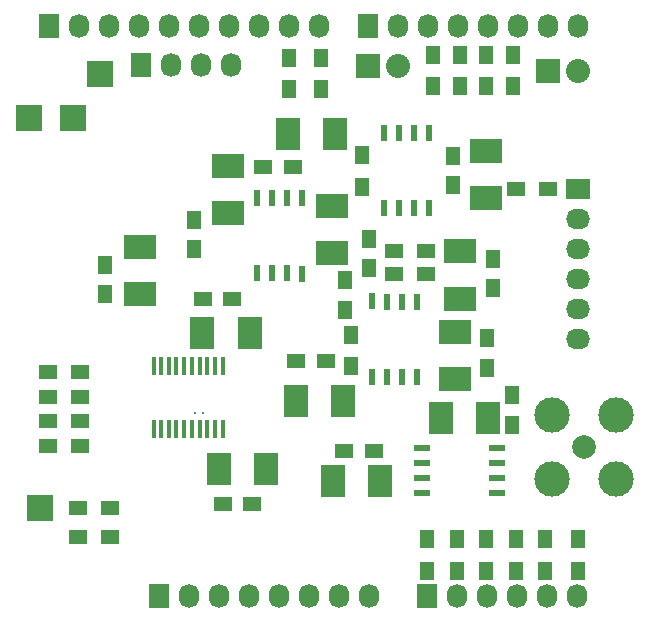
<source format=gts>
G04 #@! TF.FileFunction,Soldermask,Top*
%FSLAX46Y46*%
G04 Gerber Fmt 4.6, Leading zero omitted, Abs format (unit mm)*
G04 Created by KiCad (PCBNEW (2014-11-17 BZR 5289)-product) date Wed 21 Oct 2015 02:01:30 PM EDT*
%MOMM*%
G01*
G04 APERTURE LIST*
%ADD10C,0.100000*%
%ADD11R,0.270000X0.270000*%
%ADD12C,1.998980*%
%ADD13C,3.000000*%
%ADD14R,1.400000X0.508000*%
%ADD15R,0.406400X1.500000*%
%ADD16R,0.508000X1.400000*%
%ADD17R,1.250000X1.500000*%
%ADD18R,1.300000X1.500000*%
%ADD19R,1.500000X1.300000*%
%ADD20R,1.500000X1.250000*%
%ADD21R,2.032000X1.727200*%
%ADD22O,2.032000X1.727200*%
%ADD23R,1.727200X2.032000*%
%ADD24O,1.727200X2.032000*%
%ADD25R,2.032000X2.032000*%
%ADD26O,2.032000X2.032000*%
%ADD27R,2.235200X2.235200*%
%ADD28R,2.000000X2.794000*%
%ADD29R,2.794000X2.000000*%
G04 APERTURE END LIST*
D10*
D11*
X142098000Y-108365000D03*
X142798000Y-108365000D03*
D12*
X175018000Y-111255000D03*
D13*
X177718020Y-113955020D03*
X177718020Y-108554980D03*
X172317980Y-108554980D03*
X172317980Y-113955020D03*
D14*
X167668000Y-111305000D03*
X167643000Y-112570000D03*
X167643000Y-113840000D03*
X167643000Y-115110000D03*
X161293000Y-115110000D03*
X161293000Y-113840000D03*
X161293000Y-112570000D03*
X161293000Y-111300000D03*
D15*
X144419000Y-104398000D03*
X143784000Y-104398000D03*
X143123600Y-104398000D03*
X142463200Y-104398000D03*
X141828200Y-104398000D03*
X141167800Y-104398000D03*
X140507400Y-104398000D03*
X139872400Y-104398000D03*
X139212000Y-104398000D03*
X138577000Y-104398000D03*
X138577000Y-109732000D03*
X139212000Y-109732000D03*
X139872400Y-109732000D03*
X140507400Y-109732000D03*
X141167800Y-109732000D03*
X141828200Y-109732000D03*
X142463200Y-109732000D03*
X143123600Y-109732000D03*
X143784000Y-109732000D03*
X144419000Y-109732000D03*
D16*
X151148000Y-96565000D03*
X149883000Y-96540000D03*
X148613000Y-96540000D03*
X147343000Y-96540000D03*
X147343000Y-90190000D03*
X148613000Y-90190000D03*
X149883000Y-90190000D03*
X151153000Y-90190000D03*
X158098000Y-84665000D03*
X159363000Y-84690000D03*
X160633000Y-84690000D03*
X161903000Y-84690000D03*
X161903000Y-91040000D03*
X160633000Y-91040000D03*
X159363000Y-91040000D03*
X158093000Y-91040000D03*
X157098000Y-98915000D03*
X158363000Y-98940000D03*
X159633000Y-98940000D03*
X160903000Y-98940000D03*
X160903000Y-105290000D03*
X159633000Y-105290000D03*
X158363000Y-105290000D03*
X157093000Y-105290000D03*
D17*
X166778000Y-104525000D03*
X166778000Y-102025000D03*
D18*
X168998000Y-78015000D03*
X168998000Y-80715000D03*
X166748000Y-78015000D03*
X166748000Y-80715000D03*
X164498000Y-78015000D03*
X164498000Y-80715000D03*
X162248000Y-78015000D03*
X162248000Y-80715000D03*
X152748000Y-78265000D03*
X152748000Y-80965000D03*
X149998000Y-78265000D03*
X149998000Y-80965000D03*
X174498000Y-119015000D03*
X174498000Y-121715000D03*
X171748000Y-119015000D03*
X171748000Y-121715000D03*
X169248000Y-119015000D03*
X169248000Y-121715000D03*
X166748000Y-119015000D03*
X166748000Y-121715000D03*
X164248000Y-119015000D03*
X164248000Y-121715000D03*
X161748000Y-119015000D03*
X161748000Y-121715000D03*
D19*
X129648000Y-111165000D03*
X132348000Y-111165000D03*
X129648000Y-109065000D03*
X132348000Y-109065000D03*
X129648000Y-106965000D03*
X132348000Y-106965000D03*
X129648000Y-104865000D03*
X132348000Y-104865000D03*
X158898000Y-96615000D03*
X161598000Y-96615000D03*
D18*
X156208000Y-86545000D03*
X156208000Y-89245000D03*
X155298000Y-101715000D03*
X155298000Y-104415000D03*
D19*
X161598000Y-94615000D03*
X158898000Y-94615000D03*
X169238000Y-89405000D03*
X171938000Y-89405000D03*
D20*
X147878000Y-87505000D03*
X150378000Y-87505000D03*
D17*
X163928000Y-86585000D03*
X163928000Y-89085000D03*
D20*
X157228000Y-111555000D03*
X154728000Y-111555000D03*
D17*
X168888000Y-109375000D03*
X168888000Y-106875000D03*
D20*
X150648000Y-103965000D03*
X153148000Y-103965000D03*
D17*
X156778000Y-96085000D03*
X156778000Y-93585000D03*
X141998000Y-94515000D03*
X141998000Y-92015000D03*
X154748000Y-97115000D03*
X154748000Y-99615000D03*
D20*
X146948000Y-116065000D03*
X144448000Y-116065000D03*
X145248000Y-98665000D03*
X142748000Y-98665000D03*
D17*
X134498000Y-95815000D03*
X134498000Y-98315000D03*
X167298000Y-95315000D03*
X167298000Y-97815000D03*
D21*
X174498000Y-89365000D03*
D22*
X174498000Y-91905000D03*
X174498000Y-94445000D03*
X174498000Y-96985000D03*
X174498000Y-99525000D03*
X174498000Y-102065000D03*
D23*
X137498000Y-78865000D03*
D24*
X140038000Y-78865000D03*
X142578000Y-78865000D03*
X145118000Y-78865000D03*
D23*
X156748000Y-75615000D03*
D24*
X159288000Y-75615000D03*
X161828000Y-75615000D03*
X164368000Y-75615000D03*
X166908000Y-75615000D03*
X169448000Y-75615000D03*
X171988000Y-75615000D03*
X174528000Y-75615000D03*
D23*
X129748000Y-75615000D03*
D24*
X132288000Y-75615000D03*
X134828000Y-75615000D03*
X137368000Y-75615000D03*
X139908000Y-75615000D03*
X142448000Y-75615000D03*
X144988000Y-75615000D03*
X147528000Y-75615000D03*
X150068000Y-75615000D03*
X152608000Y-75615000D03*
D25*
X171998000Y-79365000D03*
D26*
X174538000Y-79365000D03*
D25*
X156698000Y-78965000D03*
D26*
X159238000Y-78965000D03*
D27*
X133998000Y-79615000D03*
X127998000Y-83365000D03*
X131748000Y-83365000D03*
D23*
X161748000Y-123865000D03*
D24*
X164288000Y-123865000D03*
X166828000Y-123865000D03*
X169368000Y-123865000D03*
X171908000Y-123865000D03*
X174448000Y-123865000D03*
D23*
X138998000Y-123865000D03*
D24*
X141538000Y-123865000D03*
X144078000Y-123865000D03*
X146618000Y-123865000D03*
X149158000Y-123865000D03*
X151698000Y-123865000D03*
X154238000Y-123865000D03*
X156778000Y-123865000D03*
D27*
X128998000Y-116365000D03*
D28*
X166918000Y-108815000D03*
X162918000Y-108815000D03*
X153748000Y-114115000D03*
X157748000Y-114115000D03*
D29*
X164058000Y-105475000D03*
X164058000Y-101475000D03*
X164498000Y-98665000D03*
X164498000Y-94665000D03*
X137398000Y-98265000D03*
X137398000Y-94265000D03*
D28*
X142698000Y-101565000D03*
X146698000Y-101565000D03*
D29*
X144898000Y-91465000D03*
X144898000Y-87465000D03*
X153658000Y-94815000D03*
X153658000Y-90815000D03*
D28*
X150598000Y-107365000D03*
X154598000Y-107365000D03*
X153938000Y-84775000D03*
X149938000Y-84775000D03*
X148098000Y-113065000D03*
X144098000Y-113065000D03*
D29*
X166748000Y-90135000D03*
X166748000Y-86135000D03*
D19*
X132148000Y-118865000D03*
X134848000Y-118865000D03*
X132148000Y-116365000D03*
X134848000Y-116365000D03*
M02*

</source>
